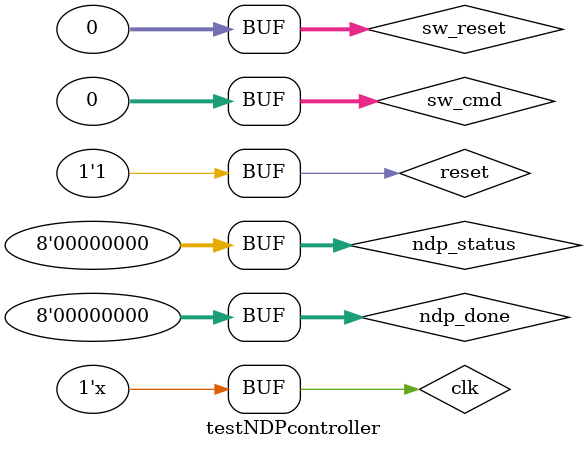
<source format=v>
`timescale 1ns / 1ps


module testNDPcontroller;
   reg clk;
   reg reset;
   reg [7:0] ndp_status;
   reg [7:0] ndp_done;
   reg [31:0] sw_cmd;
   reg [31:0] sw_reset;
   wire [31:0] ndp_complete;
   wire [7:0] ndp_start;
   wire [63:0] time_cycles;
   wire [7:0] read_ptr;
   wire [7:0] write_ptr;
   wire clobber_enable;
   wire offset_read_enable;
   wire [11:0] offset_read_addr;
   
   wire [7:0] max_write_read_diff; 
    
    
   NDPcontroller dut(
   .clk(clk),
   .reset(reset),
   .ndp_status(ndp_status),
   .ndp_done(ndp_done),
   .sw_cmd(sw_cmd),
   .sw_reset(sw_reset),
   .ndp_complete(ndp_complete),
   .ndp_start(ndp_start),
   .time_cycles(time_cycles),
   .read_ptr(read_ptr),
   .write_ptr(write_ptr),
   .clobber_enable(clobber_enable),
   .max_write_read_diff(max_write_read_diff),
   .offset_read_enable(offset_read_enable),
   .offset_read_addr(offset_read_addr)
   );
    
   initial begin
     clk = 1'b0;
     reset = 1'b1;
     ndp_status = 7'd0;
     ndp_done = 7'd0;
     sw_cmd = 32'd0;
     sw_reset = 32'd0;
     #10
     reset = 1'b0;
     #10
     reset = 1'b1;
     sw_cmd = 32'hdead0007;
     #10
     sw_cmd = 32'd0;
     ndp_status = 7'd0;
     #10
     sw_cmd = 32'hcccc0008;
     #10
     sw_cmd = 32'd0;
     #10
     ndp_done = 7'd3;
     #10
     ndp_done = 7'd0;
     #10
     ndp_done = 7'd0;
     #80
     sw_reset = 32'd7;
     #10
     sw_reset = 32'd0;
        #10
        sw_cmd = 32'hdeae0007;
        #10
        sw_cmd = 32'd0;
        ndp_status = 7'd0;
        #10
        sw_cmd = 32'habcd0007;
        #10
        sw_cmd = 32'd0;
        #10
        ndp_done = 7'd3;
        #10
        ndp_done = 7'd0;
        #10
        ndp_done = 7'd0;
        #80
        sw_reset = 32'd7;
        #10
        sw_reset = 32'd0;
   end
   
   always begin
     #5 clk = !clk;
   end
endmodule

</source>
